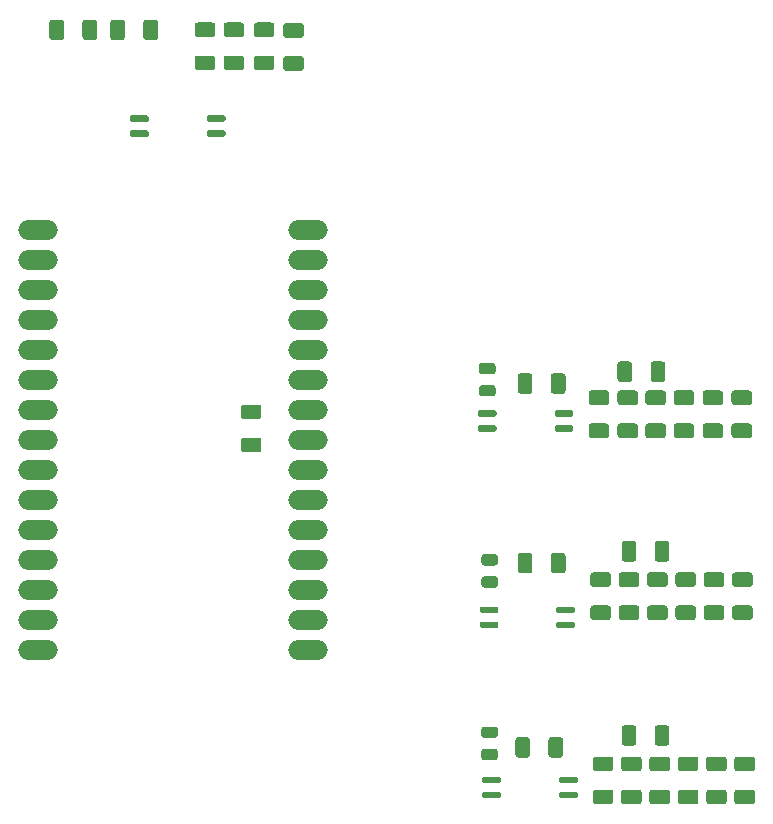
<source format=gbr>
%TF.GenerationSoftware,KiCad,Pcbnew,(5.1.6)-1*%
%TF.CreationDate,2021-01-11T17:56:58+06:00*%
%TF.ProjectId,nodemcu01,6e6f6465-6d63-4753-9031-2e6b69636164,rev?*%
%TF.SameCoordinates,Original*%
%TF.FileFunction,Paste,Top*%
%TF.FilePolarity,Positive*%
%FSLAX46Y46*%
G04 Gerber Fmt 4.6, Leading zero omitted, Abs format (unit mm)*
G04 Created by KiCad (PCBNEW (5.1.6)-1) date 2021-01-11 17:56:58*
%MOMM*%
%LPD*%
G01*
G04 APERTURE LIST*
%ADD10O,3.352800X1.676400*%
G04 APERTURE END LIST*
%TO.C,U3*%
G36*
G01*
X118950000Y-91697500D02*
X118950000Y-91972500D01*
G75*
G02*
X118812500Y-92110000I-137500J0D01*
G01*
X117487500Y-92110000D01*
G75*
G02*
X117350000Y-91972500I0J137500D01*
G01*
X117350000Y-91697500D01*
G75*
G02*
X117487500Y-91560000I137500J0D01*
G01*
X118812500Y-91560000D01*
G75*
G02*
X118950000Y-91697500I0J-137500D01*
G01*
G37*
G36*
G01*
X118950000Y-90427500D02*
X118950000Y-90702500D01*
G75*
G02*
X118812500Y-90840000I-137500J0D01*
G01*
X117487500Y-90840000D01*
G75*
G02*
X117350000Y-90702500I0J137500D01*
G01*
X117350000Y-90427500D01*
G75*
G02*
X117487500Y-90290000I137500J0D01*
G01*
X118812500Y-90290000D01*
G75*
G02*
X118950000Y-90427500I0J-137500D01*
G01*
G37*
G36*
G01*
X125450000Y-90427500D02*
X125450000Y-90702500D01*
G75*
G02*
X125312500Y-90840000I-137500J0D01*
G01*
X123987500Y-90840000D01*
G75*
G02*
X123850000Y-90702500I0J137500D01*
G01*
X123850000Y-90427500D01*
G75*
G02*
X123987500Y-90290000I137500J0D01*
G01*
X125312500Y-90290000D01*
G75*
G02*
X125450000Y-90427500I0J-137500D01*
G01*
G37*
G36*
G01*
X125450000Y-91697500D02*
X125450000Y-91972500D01*
G75*
G02*
X125312500Y-92110000I-137500J0D01*
G01*
X123987500Y-92110000D01*
G75*
G02*
X123850000Y-91972500I0J137500D01*
G01*
X123850000Y-91697500D01*
G75*
G02*
X123987500Y-91560000I137500J0D01*
G01*
X125312500Y-91560000D01*
G75*
G02*
X125450000Y-91697500I0J-137500D01*
G01*
G37*
%TD*%
%TO.C,U2*%
G36*
G01*
X153650000Y-146702500D02*
X153650000Y-146427500D01*
G75*
G02*
X153787500Y-146290000I137500J0D01*
G01*
X155112500Y-146290000D01*
G75*
G02*
X155250000Y-146427500I0J-137500D01*
G01*
X155250000Y-146702500D01*
G75*
G02*
X155112500Y-146840000I-137500J0D01*
G01*
X153787500Y-146840000D01*
G75*
G02*
X153650000Y-146702500I0J137500D01*
G01*
G37*
G36*
G01*
X153650000Y-147972500D02*
X153650000Y-147697500D01*
G75*
G02*
X153787500Y-147560000I137500J0D01*
G01*
X155112500Y-147560000D01*
G75*
G02*
X155250000Y-147697500I0J-137500D01*
G01*
X155250000Y-147972500D01*
G75*
G02*
X155112500Y-148110000I-137500J0D01*
G01*
X153787500Y-148110000D01*
G75*
G02*
X153650000Y-147972500I0J137500D01*
G01*
G37*
G36*
G01*
X147150000Y-147972500D02*
X147150000Y-147697500D01*
G75*
G02*
X147287500Y-147560000I137500J0D01*
G01*
X148612500Y-147560000D01*
G75*
G02*
X148750000Y-147697500I0J-137500D01*
G01*
X148750000Y-147972500D01*
G75*
G02*
X148612500Y-148110000I-137500J0D01*
G01*
X147287500Y-148110000D01*
G75*
G02*
X147150000Y-147972500I0J137500D01*
G01*
G37*
G36*
G01*
X147150000Y-146702500D02*
X147150000Y-146427500D01*
G75*
G02*
X147287500Y-146290000I137500J0D01*
G01*
X148612500Y-146290000D01*
G75*
G02*
X148750000Y-146427500I0J-137500D01*
G01*
X148750000Y-146702500D01*
G75*
G02*
X148612500Y-146840000I-137500J0D01*
G01*
X147287500Y-146840000D01*
G75*
G02*
X147150000Y-146702500I0J137500D01*
G01*
G37*
%TD*%
%TO.C,U1*%
G36*
G01*
X153450000Y-132302500D02*
X153450000Y-132027500D01*
G75*
G02*
X153587500Y-131890000I137500J0D01*
G01*
X154912500Y-131890000D01*
G75*
G02*
X155050000Y-132027500I0J-137500D01*
G01*
X155050000Y-132302500D01*
G75*
G02*
X154912500Y-132440000I-137500J0D01*
G01*
X153587500Y-132440000D01*
G75*
G02*
X153450000Y-132302500I0J137500D01*
G01*
G37*
G36*
G01*
X153450000Y-133572500D02*
X153450000Y-133297500D01*
G75*
G02*
X153587500Y-133160000I137500J0D01*
G01*
X154912500Y-133160000D01*
G75*
G02*
X155050000Y-133297500I0J-137500D01*
G01*
X155050000Y-133572500D01*
G75*
G02*
X154912500Y-133710000I-137500J0D01*
G01*
X153587500Y-133710000D01*
G75*
G02*
X153450000Y-133572500I0J137500D01*
G01*
G37*
G36*
G01*
X146950000Y-133572500D02*
X146950000Y-133297500D01*
G75*
G02*
X147087500Y-133160000I137500J0D01*
G01*
X148412500Y-133160000D01*
G75*
G02*
X148550000Y-133297500I0J-137500D01*
G01*
X148550000Y-133572500D01*
G75*
G02*
X148412500Y-133710000I-137500J0D01*
G01*
X147087500Y-133710000D01*
G75*
G02*
X146950000Y-133572500I0J137500D01*
G01*
G37*
G36*
G01*
X146950000Y-132302500D02*
X146950000Y-132027500D01*
G75*
G02*
X147087500Y-131890000I137500J0D01*
G01*
X148412500Y-131890000D01*
G75*
G02*
X148550000Y-132027500I0J-137500D01*
G01*
X148550000Y-132302500D01*
G75*
G02*
X148412500Y-132440000I-137500J0D01*
G01*
X147087500Y-132440000D01*
G75*
G02*
X146950000Y-132302500I0J137500D01*
G01*
G37*
%TD*%
%TO.C,U5*%
G36*
G01*
X153300000Y-115667500D02*
X153300000Y-115392500D01*
G75*
G02*
X153437500Y-115255000I137500J0D01*
G01*
X154762500Y-115255000D01*
G75*
G02*
X154900000Y-115392500I0J-137500D01*
G01*
X154900000Y-115667500D01*
G75*
G02*
X154762500Y-115805000I-137500J0D01*
G01*
X153437500Y-115805000D01*
G75*
G02*
X153300000Y-115667500I0J137500D01*
G01*
G37*
G36*
G01*
X153300000Y-116937500D02*
X153300000Y-116662500D01*
G75*
G02*
X153437500Y-116525000I137500J0D01*
G01*
X154762500Y-116525000D01*
G75*
G02*
X154900000Y-116662500I0J-137500D01*
G01*
X154900000Y-116937500D01*
G75*
G02*
X154762500Y-117075000I-137500J0D01*
G01*
X153437500Y-117075000D01*
G75*
G02*
X153300000Y-116937500I0J137500D01*
G01*
G37*
G36*
G01*
X146800000Y-116937500D02*
X146800000Y-116662500D01*
G75*
G02*
X146937500Y-116525000I137500J0D01*
G01*
X148262500Y-116525000D01*
G75*
G02*
X148400000Y-116662500I0J-137500D01*
G01*
X148400000Y-116937500D01*
G75*
G02*
X148262500Y-117075000I-137500J0D01*
G01*
X146937500Y-117075000D01*
G75*
G02*
X146800000Y-116937500I0J137500D01*
G01*
G37*
G36*
G01*
X146800000Y-115667500D02*
X146800000Y-115392500D01*
G75*
G02*
X146937500Y-115255000I137500J0D01*
G01*
X148262500Y-115255000D01*
G75*
G02*
X148400000Y-115392500I0J-137500D01*
G01*
X148400000Y-115667500D01*
G75*
G02*
X148262500Y-115805000I-137500J0D01*
G01*
X146937500Y-115805000D01*
G75*
G02*
X146800000Y-115667500I0J137500D01*
G01*
G37*
%TD*%
%TO.C,R3*%
G36*
G01*
X148256250Y-143012500D02*
X147343750Y-143012500D01*
G75*
G02*
X147100000Y-142768750I0J243750D01*
G01*
X147100000Y-142281250D01*
G75*
G02*
X147343750Y-142037500I243750J0D01*
G01*
X148256250Y-142037500D01*
G75*
G02*
X148500000Y-142281250I0J-243750D01*
G01*
X148500000Y-142768750D01*
G75*
G02*
X148256250Y-143012500I-243750J0D01*
G01*
G37*
G36*
G01*
X148256250Y-144887500D02*
X147343750Y-144887500D01*
G75*
G02*
X147100000Y-144643750I0J243750D01*
G01*
X147100000Y-144156250D01*
G75*
G02*
X147343750Y-143912500I243750J0D01*
G01*
X148256250Y-143912500D01*
G75*
G02*
X148500000Y-144156250I0J-243750D01*
G01*
X148500000Y-144643750D01*
G75*
G02*
X148256250Y-144887500I-243750J0D01*
G01*
G37*
%TD*%
%TO.C,R2*%
G36*
G01*
X148256250Y-128412500D02*
X147343750Y-128412500D01*
G75*
G02*
X147100000Y-128168750I0J243750D01*
G01*
X147100000Y-127681250D01*
G75*
G02*
X147343750Y-127437500I243750J0D01*
G01*
X148256250Y-127437500D01*
G75*
G02*
X148500000Y-127681250I0J-243750D01*
G01*
X148500000Y-128168750D01*
G75*
G02*
X148256250Y-128412500I-243750J0D01*
G01*
G37*
G36*
G01*
X148256250Y-130287500D02*
X147343750Y-130287500D01*
G75*
G02*
X147100000Y-130043750I0J243750D01*
G01*
X147100000Y-129556250D01*
G75*
G02*
X147343750Y-129312500I243750J0D01*
G01*
X148256250Y-129312500D01*
G75*
G02*
X148500000Y-129556250I0J-243750D01*
G01*
X148500000Y-130043750D01*
G75*
G02*
X148256250Y-130287500I-243750J0D01*
G01*
G37*
%TD*%
%TO.C,R1*%
G36*
G01*
X148056250Y-112212500D02*
X147143750Y-112212500D01*
G75*
G02*
X146900000Y-111968750I0J243750D01*
G01*
X146900000Y-111481250D01*
G75*
G02*
X147143750Y-111237500I243750J0D01*
G01*
X148056250Y-111237500D01*
G75*
G02*
X148300000Y-111481250I0J-243750D01*
G01*
X148300000Y-111968750D01*
G75*
G02*
X148056250Y-112212500I-243750J0D01*
G01*
G37*
G36*
G01*
X148056250Y-114087500D02*
X147143750Y-114087500D01*
G75*
G02*
X146900000Y-113843750I0J243750D01*
G01*
X146900000Y-113356250D01*
G75*
G02*
X147143750Y-113112500I243750J0D01*
G01*
X148056250Y-113112500D01*
G75*
G02*
X148300000Y-113356250I0J-243750D01*
G01*
X148300000Y-113843750D01*
G75*
G02*
X148056250Y-114087500I-243750J0D01*
G01*
G37*
%TD*%
%TO.C,R18*%
G36*
G01*
X128225000Y-116025000D02*
X126975000Y-116025000D01*
G75*
G02*
X126725000Y-115775000I0J250000D01*
G01*
X126725000Y-115025000D01*
G75*
G02*
X126975000Y-114775000I250000J0D01*
G01*
X128225000Y-114775000D01*
G75*
G02*
X128475000Y-115025000I0J-250000D01*
G01*
X128475000Y-115775000D01*
G75*
G02*
X128225000Y-116025000I-250000J0D01*
G01*
G37*
G36*
G01*
X128225000Y-118825000D02*
X126975000Y-118825000D01*
G75*
G02*
X126725000Y-118575000I0J250000D01*
G01*
X126725000Y-117825000D01*
G75*
G02*
X126975000Y-117575000I250000J0D01*
G01*
X128225000Y-117575000D01*
G75*
G02*
X128475000Y-117825000I0J-250000D01*
G01*
X128475000Y-118575000D01*
G75*
G02*
X128225000Y-118825000I-250000J0D01*
G01*
G37*
%TD*%
%TO.C,R17*%
G36*
G01*
X168775000Y-147375000D02*
X170025000Y-147375000D01*
G75*
G02*
X170275000Y-147625000I0J-250000D01*
G01*
X170275000Y-148375000D01*
G75*
G02*
X170025000Y-148625000I-250000J0D01*
G01*
X168775000Y-148625000D01*
G75*
G02*
X168525000Y-148375000I0J250000D01*
G01*
X168525000Y-147625000D01*
G75*
G02*
X168775000Y-147375000I250000J0D01*
G01*
G37*
G36*
G01*
X168775000Y-144575000D02*
X170025000Y-144575000D01*
G75*
G02*
X170275000Y-144825000I0J-250000D01*
G01*
X170275000Y-145575000D01*
G75*
G02*
X170025000Y-145825000I-250000J0D01*
G01*
X168775000Y-145825000D01*
G75*
G02*
X168525000Y-145575000I0J250000D01*
G01*
X168525000Y-144825000D01*
G75*
G02*
X168775000Y-144575000I250000J0D01*
G01*
G37*
%TD*%
%TO.C,R16*%
G36*
G01*
X166375000Y-147375000D02*
X167625000Y-147375000D01*
G75*
G02*
X167875000Y-147625000I0J-250000D01*
G01*
X167875000Y-148375000D01*
G75*
G02*
X167625000Y-148625000I-250000J0D01*
G01*
X166375000Y-148625000D01*
G75*
G02*
X166125000Y-148375000I0J250000D01*
G01*
X166125000Y-147625000D01*
G75*
G02*
X166375000Y-147375000I250000J0D01*
G01*
G37*
G36*
G01*
X166375000Y-144575000D02*
X167625000Y-144575000D01*
G75*
G02*
X167875000Y-144825000I0J-250000D01*
G01*
X167875000Y-145575000D01*
G75*
G02*
X167625000Y-145825000I-250000J0D01*
G01*
X166375000Y-145825000D01*
G75*
G02*
X166125000Y-145575000I0J250000D01*
G01*
X166125000Y-144825000D01*
G75*
G02*
X166375000Y-144575000I250000J0D01*
G01*
G37*
%TD*%
%TO.C,R15*%
G36*
G01*
X161775000Y-143425000D02*
X161775000Y-142175000D01*
G75*
G02*
X162025000Y-141925000I250000J0D01*
G01*
X162775000Y-141925000D01*
G75*
G02*
X163025000Y-142175000I0J-250000D01*
G01*
X163025000Y-143425000D01*
G75*
G02*
X162775000Y-143675000I-250000J0D01*
G01*
X162025000Y-143675000D01*
G75*
G02*
X161775000Y-143425000I0J250000D01*
G01*
G37*
G36*
G01*
X158975000Y-143425000D02*
X158975000Y-142175000D01*
G75*
G02*
X159225000Y-141925000I250000J0D01*
G01*
X159975000Y-141925000D01*
G75*
G02*
X160225000Y-142175000I0J-250000D01*
G01*
X160225000Y-143425000D01*
G75*
G02*
X159975000Y-143675000I-250000J0D01*
G01*
X159225000Y-143675000D01*
G75*
G02*
X158975000Y-143425000I0J250000D01*
G01*
G37*
%TD*%
%TO.C,R14*%
G36*
G01*
X152775000Y-144425000D02*
X152775000Y-143175000D01*
G75*
G02*
X153025000Y-142925000I250000J0D01*
G01*
X153775000Y-142925000D01*
G75*
G02*
X154025000Y-143175000I0J-250000D01*
G01*
X154025000Y-144425000D01*
G75*
G02*
X153775000Y-144675000I-250000J0D01*
G01*
X153025000Y-144675000D01*
G75*
G02*
X152775000Y-144425000I0J250000D01*
G01*
G37*
G36*
G01*
X149975000Y-144425000D02*
X149975000Y-143175000D01*
G75*
G02*
X150225000Y-142925000I250000J0D01*
G01*
X150975000Y-142925000D01*
G75*
G02*
X151225000Y-143175000I0J-250000D01*
G01*
X151225000Y-144425000D01*
G75*
G02*
X150975000Y-144675000I-250000J0D01*
G01*
X150225000Y-144675000D01*
G75*
G02*
X149975000Y-144425000I0J250000D01*
G01*
G37*
%TD*%
%TO.C,D10*%
G36*
G01*
X163975000Y-147375000D02*
X165225000Y-147375000D01*
G75*
G02*
X165475000Y-147625000I0J-250000D01*
G01*
X165475000Y-148375000D01*
G75*
G02*
X165225000Y-148625000I-250000J0D01*
G01*
X163975000Y-148625000D01*
G75*
G02*
X163725000Y-148375000I0J250000D01*
G01*
X163725000Y-147625000D01*
G75*
G02*
X163975000Y-147375000I250000J0D01*
G01*
G37*
G36*
G01*
X163975000Y-144575000D02*
X165225000Y-144575000D01*
G75*
G02*
X165475000Y-144825000I0J-250000D01*
G01*
X165475000Y-145575000D01*
G75*
G02*
X165225000Y-145825000I-250000J0D01*
G01*
X163975000Y-145825000D01*
G75*
G02*
X163725000Y-145575000I0J250000D01*
G01*
X163725000Y-144825000D01*
G75*
G02*
X163975000Y-144575000I250000J0D01*
G01*
G37*
%TD*%
%TO.C,D9*%
G36*
G01*
X156775000Y-147375000D02*
X158025000Y-147375000D01*
G75*
G02*
X158275000Y-147625000I0J-250000D01*
G01*
X158275000Y-148375000D01*
G75*
G02*
X158025000Y-148625000I-250000J0D01*
G01*
X156775000Y-148625000D01*
G75*
G02*
X156525000Y-148375000I0J250000D01*
G01*
X156525000Y-147625000D01*
G75*
G02*
X156775000Y-147375000I250000J0D01*
G01*
G37*
G36*
G01*
X156775000Y-144575000D02*
X158025000Y-144575000D01*
G75*
G02*
X158275000Y-144825000I0J-250000D01*
G01*
X158275000Y-145575000D01*
G75*
G02*
X158025000Y-145825000I-250000J0D01*
G01*
X156775000Y-145825000D01*
G75*
G02*
X156525000Y-145575000I0J250000D01*
G01*
X156525000Y-144825000D01*
G75*
G02*
X156775000Y-144575000I250000J0D01*
G01*
G37*
%TD*%
%TO.C,C6*%
G36*
G01*
X161575000Y-147375000D02*
X162825000Y-147375000D01*
G75*
G02*
X163075000Y-147625000I0J-250000D01*
G01*
X163075000Y-148375000D01*
G75*
G02*
X162825000Y-148625000I-250000J0D01*
G01*
X161575000Y-148625000D01*
G75*
G02*
X161325000Y-148375000I0J250000D01*
G01*
X161325000Y-147625000D01*
G75*
G02*
X161575000Y-147375000I250000J0D01*
G01*
G37*
G36*
G01*
X161575000Y-144575000D02*
X162825000Y-144575000D01*
G75*
G02*
X163075000Y-144825000I0J-250000D01*
G01*
X163075000Y-145575000D01*
G75*
G02*
X162825000Y-145825000I-250000J0D01*
G01*
X161575000Y-145825000D01*
G75*
G02*
X161325000Y-145575000I0J250000D01*
G01*
X161325000Y-144825000D01*
G75*
G02*
X161575000Y-144575000I250000J0D01*
G01*
G37*
%TD*%
%TO.C,C5*%
G36*
G01*
X159175000Y-147375000D02*
X160425000Y-147375000D01*
G75*
G02*
X160675000Y-147625000I0J-250000D01*
G01*
X160675000Y-148375000D01*
G75*
G02*
X160425000Y-148625000I-250000J0D01*
G01*
X159175000Y-148625000D01*
G75*
G02*
X158925000Y-148375000I0J250000D01*
G01*
X158925000Y-147625000D01*
G75*
G02*
X159175000Y-147375000I250000J0D01*
G01*
G37*
G36*
G01*
X159175000Y-144575000D02*
X160425000Y-144575000D01*
G75*
G02*
X160675000Y-144825000I0J-250000D01*
G01*
X160675000Y-145575000D01*
G75*
G02*
X160425000Y-145825000I-250000J0D01*
G01*
X159175000Y-145825000D01*
G75*
G02*
X158925000Y-145575000I0J250000D01*
G01*
X158925000Y-144825000D01*
G75*
G02*
X159175000Y-144575000I250000J0D01*
G01*
G37*
%TD*%
%TO.C,R13*%
G36*
G01*
X168575000Y-131775000D02*
X169825000Y-131775000D01*
G75*
G02*
X170075000Y-132025000I0J-250000D01*
G01*
X170075000Y-132775000D01*
G75*
G02*
X169825000Y-133025000I-250000J0D01*
G01*
X168575000Y-133025000D01*
G75*
G02*
X168325000Y-132775000I0J250000D01*
G01*
X168325000Y-132025000D01*
G75*
G02*
X168575000Y-131775000I250000J0D01*
G01*
G37*
G36*
G01*
X168575000Y-128975000D02*
X169825000Y-128975000D01*
G75*
G02*
X170075000Y-129225000I0J-250000D01*
G01*
X170075000Y-129975000D01*
G75*
G02*
X169825000Y-130225000I-250000J0D01*
G01*
X168575000Y-130225000D01*
G75*
G02*
X168325000Y-129975000I0J250000D01*
G01*
X168325000Y-129225000D01*
G75*
G02*
X168575000Y-128975000I250000J0D01*
G01*
G37*
%TD*%
%TO.C,R12*%
G36*
G01*
X166175000Y-131775000D02*
X167425000Y-131775000D01*
G75*
G02*
X167675000Y-132025000I0J-250000D01*
G01*
X167675000Y-132775000D01*
G75*
G02*
X167425000Y-133025000I-250000J0D01*
G01*
X166175000Y-133025000D01*
G75*
G02*
X165925000Y-132775000I0J250000D01*
G01*
X165925000Y-132025000D01*
G75*
G02*
X166175000Y-131775000I250000J0D01*
G01*
G37*
G36*
G01*
X166175000Y-128975000D02*
X167425000Y-128975000D01*
G75*
G02*
X167675000Y-129225000I0J-250000D01*
G01*
X167675000Y-129975000D01*
G75*
G02*
X167425000Y-130225000I-250000J0D01*
G01*
X166175000Y-130225000D01*
G75*
G02*
X165925000Y-129975000I0J250000D01*
G01*
X165925000Y-129225000D01*
G75*
G02*
X166175000Y-128975000I250000J0D01*
G01*
G37*
%TD*%
%TO.C,R11*%
G36*
G01*
X161775000Y-127825000D02*
X161775000Y-126575000D01*
G75*
G02*
X162025000Y-126325000I250000J0D01*
G01*
X162775000Y-126325000D01*
G75*
G02*
X163025000Y-126575000I0J-250000D01*
G01*
X163025000Y-127825000D01*
G75*
G02*
X162775000Y-128075000I-250000J0D01*
G01*
X162025000Y-128075000D01*
G75*
G02*
X161775000Y-127825000I0J250000D01*
G01*
G37*
G36*
G01*
X158975000Y-127825000D02*
X158975000Y-126575000D01*
G75*
G02*
X159225000Y-126325000I250000J0D01*
G01*
X159975000Y-126325000D01*
G75*
G02*
X160225000Y-126575000I0J-250000D01*
G01*
X160225000Y-127825000D01*
G75*
G02*
X159975000Y-128075000I-250000J0D01*
G01*
X159225000Y-128075000D01*
G75*
G02*
X158975000Y-127825000I0J250000D01*
G01*
G37*
%TD*%
%TO.C,R10*%
G36*
G01*
X152975000Y-128825000D02*
X152975000Y-127575000D01*
G75*
G02*
X153225000Y-127325000I250000J0D01*
G01*
X153975000Y-127325000D01*
G75*
G02*
X154225000Y-127575000I0J-250000D01*
G01*
X154225000Y-128825000D01*
G75*
G02*
X153975000Y-129075000I-250000J0D01*
G01*
X153225000Y-129075000D01*
G75*
G02*
X152975000Y-128825000I0J250000D01*
G01*
G37*
G36*
G01*
X150175000Y-128825000D02*
X150175000Y-127575000D01*
G75*
G02*
X150425000Y-127325000I250000J0D01*
G01*
X151175000Y-127325000D01*
G75*
G02*
X151425000Y-127575000I0J-250000D01*
G01*
X151425000Y-128825000D01*
G75*
G02*
X151175000Y-129075000I-250000J0D01*
G01*
X150425000Y-129075000D01*
G75*
G02*
X150175000Y-128825000I0J250000D01*
G01*
G37*
%TD*%
%TO.C,D8*%
G36*
G01*
X163775000Y-131775000D02*
X165025000Y-131775000D01*
G75*
G02*
X165275000Y-132025000I0J-250000D01*
G01*
X165275000Y-132775000D01*
G75*
G02*
X165025000Y-133025000I-250000J0D01*
G01*
X163775000Y-133025000D01*
G75*
G02*
X163525000Y-132775000I0J250000D01*
G01*
X163525000Y-132025000D01*
G75*
G02*
X163775000Y-131775000I250000J0D01*
G01*
G37*
G36*
G01*
X163775000Y-128975000D02*
X165025000Y-128975000D01*
G75*
G02*
X165275000Y-129225000I0J-250000D01*
G01*
X165275000Y-129975000D01*
G75*
G02*
X165025000Y-130225000I-250000J0D01*
G01*
X163775000Y-130225000D01*
G75*
G02*
X163525000Y-129975000I0J250000D01*
G01*
X163525000Y-129225000D01*
G75*
G02*
X163775000Y-128975000I250000J0D01*
G01*
G37*
%TD*%
%TO.C,D7*%
G36*
G01*
X156575000Y-131775000D02*
X157825000Y-131775000D01*
G75*
G02*
X158075000Y-132025000I0J-250000D01*
G01*
X158075000Y-132775000D01*
G75*
G02*
X157825000Y-133025000I-250000J0D01*
G01*
X156575000Y-133025000D01*
G75*
G02*
X156325000Y-132775000I0J250000D01*
G01*
X156325000Y-132025000D01*
G75*
G02*
X156575000Y-131775000I250000J0D01*
G01*
G37*
G36*
G01*
X156575000Y-128975000D02*
X157825000Y-128975000D01*
G75*
G02*
X158075000Y-129225000I0J-250000D01*
G01*
X158075000Y-129975000D01*
G75*
G02*
X157825000Y-130225000I-250000J0D01*
G01*
X156575000Y-130225000D01*
G75*
G02*
X156325000Y-129975000I0J250000D01*
G01*
X156325000Y-129225000D01*
G75*
G02*
X156575000Y-128975000I250000J0D01*
G01*
G37*
%TD*%
%TO.C,C4*%
G36*
G01*
X161375000Y-131775000D02*
X162625000Y-131775000D01*
G75*
G02*
X162875000Y-132025000I0J-250000D01*
G01*
X162875000Y-132775000D01*
G75*
G02*
X162625000Y-133025000I-250000J0D01*
G01*
X161375000Y-133025000D01*
G75*
G02*
X161125000Y-132775000I0J250000D01*
G01*
X161125000Y-132025000D01*
G75*
G02*
X161375000Y-131775000I250000J0D01*
G01*
G37*
G36*
G01*
X161375000Y-128975000D02*
X162625000Y-128975000D01*
G75*
G02*
X162875000Y-129225000I0J-250000D01*
G01*
X162875000Y-129975000D01*
G75*
G02*
X162625000Y-130225000I-250000J0D01*
G01*
X161375000Y-130225000D01*
G75*
G02*
X161125000Y-129975000I0J250000D01*
G01*
X161125000Y-129225000D01*
G75*
G02*
X161375000Y-128975000I250000J0D01*
G01*
G37*
%TD*%
%TO.C,C3*%
G36*
G01*
X158975000Y-131775000D02*
X160225000Y-131775000D01*
G75*
G02*
X160475000Y-132025000I0J-250000D01*
G01*
X160475000Y-132775000D01*
G75*
G02*
X160225000Y-133025000I-250000J0D01*
G01*
X158975000Y-133025000D01*
G75*
G02*
X158725000Y-132775000I0J250000D01*
G01*
X158725000Y-132025000D01*
G75*
G02*
X158975000Y-131775000I250000J0D01*
G01*
G37*
G36*
G01*
X158975000Y-128975000D02*
X160225000Y-128975000D01*
G75*
G02*
X160475000Y-129225000I0J-250000D01*
G01*
X160475000Y-129975000D01*
G75*
G02*
X160225000Y-130225000I-250000J0D01*
G01*
X158975000Y-130225000D01*
G75*
G02*
X158725000Y-129975000I0J250000D01*
G01*
X158725000Y-129225000D01*
G75*
G02*
X158975000Y-128975000I250000J0D01*
G01*
G37*
%TD*%
%TO.C,R9*%
G36*
G01*
X111775000Y-82425000D02*
X111775000Y-83675000D01*
G75*
G02*
X111525000Y-83925000I-250000J0D01*
G01*
X110775000Y-83925000D01*
G75*
G02*
X110525000Y-83675000I0J250000D01*
G01*
X110525000Y-82425000D01*
G75*
G02*
X110775000Y-82175000I250000J0D01*
G01*
X111525000Y-82175000D01*
G75*
G02*
X111775000Y-82425000I0J-250000D01*
G01*
G37*
G36*
G01*
X114575000Y-82425000D02*
X114575000Y-83675000D01*
G75*
G02*
X114325000Y-83925000I-250000J0D01*
G01*
X113575000Y-83925000D01*
G75*
G02*
X113325000Y-83675000I0J250000D01*
G01*
X113325000Y-82425000D01*
G75*
G02*
X113575000Y-82175000I250000J0D01*
G01*
X114325000Y-82175000D01*
G75*
G02*
X114575000Y-82425000I0J-250000D01*
G01*
G37*
%TD*%
%TO.C,R8*%
G36*
G01*
X116925000Y-82425000D02*
X116925000Y-83675000D01*
G75*
G02*
X116675000Y-83925000I-250000J0D01*
G01*
X115925000Y-83925000D01*
G75*
G02*
X115675000Y-83675000I0J250000D01*
G01*
X115675000Y-82425000D01*
G75*
G02*
X115925000Y-82175000I250000J0D01*
G01*
X116675000Y-82175000D01*
G75*
G02*
X116925000Y-82425000I0J-250000D01*
G01*
G37*
G36*
G01*
X119725000Y-82425000D02*
X119725000Y-83675000D01*
G75*
G02*
X119475000Y-83925000I-250000J0D01*
G01*
X118725000Y-83925000D01*
G75*
G02*
X118475000Y-83675000I0J250000D01*
G01*
X118475000Y-82425000D01*
G75*
G02*
X118725000Y-82175000I250000J0D01*
G01*
X119475000Y-82175000D01*
G75*
G02*
X119725000Y-82425000I0J-250000D01*
G01*
G37*
%TD*%
%TO.C,D6*%
G36*
G01*
X130575000Y-85275000D02*
X131825000Y-85275000D01*
G75*
G02*
X132075000Y-85525000I0J-250000D01*
G01*
X132075000Y-86275000D01*
G75*
G02*
X131825000Y-86525000I-250000J0D01*
G01*
X130575000Y-86525000D01*
G75*
G02*
X130325000Y-86275000I0J250000D01*
G01*
X130325000Y-85525000D01*
G75*
G02*
X130575000Y-85275000I250000J0D01*
G01*
G37*
G36*
G01*
X130575000Y-82475000D02*
X131825000Y-82475000D01*
G75*
G02*
X132075000Y-82725000I0J-250000D01*
G01*
X132075000Y-83475000D01*
G75*
G02*
X131825000Y-83725000I-250000J0D01*
G01*
X130575000Y-83725000D01*
G75*
G02*
X130325000Y-83475000I0J250000D01*
G01*
X130325000Y-82725000D01*
G75*
G02*
X130575000Y-82475000I250000J0D01*
G01*
G37*
%TD*%
%TO.C,D5*%
G36*
G01*
X129325000Y-83675000D02*
X128075000Y-83675000D01*
G75*
G02*
X127825000Y-83425000I0J250000D01*
G01*
X127825000Y-82675000D01*
G75*
G02*
X128075000Y-82425000I250000J0D01*
G01*
X129325000Y-82425000D01*
G75*
G02*
X129575000Y-82675000I0J-250000D01*
G01*
X129575000Y-83425000D01*
G75*
G02*
X129325000Y-83675000I-250000J0D01*
G01*
G37*
G36*
G01*
X129325000Y-86475000D02*
X128075000Y-86475000D01*
G75*
G02*
X127825000Y-86225000I0J250000D01*
G01*
X127825000Y-85475000D01*
G75*
G02*
X128075000Y-85225000I250000J0D01*
G01*
X129325000Y-85225000D01*
G75*
G02*
X129575000Y-85475000I0J-250000D01*
G01*
X129575000Y-86225000D01*
G75*
G02*
X129325000Y-86475000I-250000J0D01*
G01*
G37*
%TD*%
%TO.C,D4*%
G36*
G01*
X126775000Y-83675000D02*
X125525000Y-83675000D01*
G75*
G02*
X125275000Y-83425000I0J250000D01*
G01*
X125275000Y-82675000D01*
G75*
G02*
X125525000Y-82425000I250000J0D01*
G01*
X126775000Y-82425000D01*
G75*
G02*
X127025000Y-82675000I0J-250000D01*
G01*
X127025000Y-83425000D01*
G75*
G02*
X126775000Y-83675000I-250000J0D01*
G01*
G37*
G36*
G01*
X126775000Y-86475000D02*
X125525000Y-86475000D01*
G75*
G02*
X125275000Y-86225000I0J250000D01*
G01*
X125275000Y-85475000D01*
G75*
G02*
X125525000Y-85225000I250000J0D01*
G01*
X126775000Y-85225000D01*
G75*
G02*
X127025000Y-85475000I0J-250000D01*
G01*
X127025000Y-86225000D01*
G75*
G02*
X126775000Y-86475000I-250000J0D01*
G01*
G37*
%TD*%
%TO.C,D3*%
G36*
G01*
X123075000Y-85225000D02*
X124325000Y-85225000D01*
G75*
G02*
X124575000Y-85475000I0J-250000D01*
G01*
X124575000Y-86225000D01*
G75*
G02*
X124325000Y-86475000I-250000J0D01*
G01*
X123075000Y-86475000D01*
G75*
G02*
X122825000Y-86225000I0J250000D01*
G01*
X122825000Y-85475000D01*
G75*
G02*
X123075000Y-85225000I250000J0D01*
G01*
G37*
G36*
G01*
X123075000Y-82425000D02*
X124325000Y-82425000D01*
G75*
G02*
X124575000Y-82675000I0J-250000D01*
G01*
X124575000Y-83425000D01*
G75*
G02*
X124325000Y-83675000I-250000J0D01*
G01*
X123075000Y-83675000D01*
G75*
G02*
X122825000Y-83425000I0J250000D01*
G01*
X122825000Y-82675000D01*
G75*
G02*
X123075000Y-82425000I250000J0D01*
G01*
G37*
%TD*%
%TO.C,R7*%
G36*
G01*
X152975000Y-113625000D02*
X152975000Y-112375000D01*
G75*
G02*
X153225000Y-112125000I250000J0D01*
G01*
X153975000Y-112125000D01*
G75*
G02*
X154225000Y-112375000I0J-250000D01*
G01*
X154225000Y-113625000D01*
G75*
G02*
X153975000Y-113875000I-250000J0D01*
G01*
X153225000Y-113875000D01*
G75*
G02*
X152975000Y-113625000I0J250000D01*
G01*
G37*
G36*
G01*
X150175000Y-113625000D02*
X150175000Y-112375000D01*
G75*
G02*
X150425000Y-112125000I250000J0D01*
G01*
X151175000Y-112125000D01*
G75*
G02*
X151425000Y-112375000I0J-250000D01*
G01*
X151425000Y-113625000D01*
G75*
G02*
X151175000Y-113875000I-250000J0D01*
G01*
X150425000Y-113875000D01*
G75*
G02*
X150175000Y-113625000I0J250000D01*
G01*
G37*
%TD*%
%TO.C,D2*%
G36*
G01*
X156425000Y-116375000D02*
X157675000Y-116375000D01*
G75*
G02*
X157925000Y-116625000I0J-250000D01*
G01*
X157925000Y-117375000D01*
G75*
G02*
X157675000Y-117625000I-250000J0D01*
G01*
X156425000Y-117625000D01*
G75*
G02*
X156175000Y-117375000I0J250000D01*
G01*
X156175000Y-116625000D01*
G75*
G02*
X156425000Y-116375000I250000J0D01*
G01*
G37*
G36*
G01*
X156425000Y-113575000D02*
X157675000Y-113575000D01*
G75*
G02*
X157925000Y-113825000I0J-250000D01*
G01*
X157925000Y-114575000D01*
G75*
G02*
X157675000Y-114825000I-250000J0D01*
G01*
X156425000Y-114825000D01*
G75*
G02*
X156175000Y-114575000I0J250000D01*
G01*
X156175000Y-113825000D01*
G75*
G02*
X156425000Y-113575000I250000J0D01*
G01*
G37*
%TD*%
%TO.C,C2*%
G36*
G01*
X161225000Y-116375000D02*
X162475000Y-116375000D01*
G75*
G02*
X162725000Y-116625000I0J-250000D01*
G01*
X162725000Y-117375000D01*
G75*
G02*
X162475000Y-117625000I-250000J0D01*
G01*
X161225000Y-117625000D01*
G75*
G02*
X160975000Y-117375000I0J250000D01*
G01*
X160975000Y-116625000D01*
G75*
G02*
X161225000Y-116375000I250000J0D01*
G01*
G37*
G36*
G01*
X161225000Y-113575000D02*
X162475000Y-113575000D01*
G75*
G02*
X162725000Y-113825000I0J-250000D01*
G01*
X162725000Y-114575000D01*
G75*
G02*
X162475000Y-114825000I-250000J0D01*
G01*
X161225000Y-114825000D01*
G75*
G02*
X160975000Y-114575000I0J250000D01*
G01*
X160975000Y-113825000D01*
G75*
G02*
X161225000Y-113575000I250000J0D01*
G01*
G37*
%TD*%
%TO.C,C1*%
G36*
G01*
X158875000Y-116375000D02*
X160125000Y-116375000D01*
G75*
G02*
X160375000Y-116625000I0J-250000D01*
G01*
X160375000Y-117375000D01*
G75*
G02*
X160125000Y-117625000I-250000J0D01*
G01*
X158875000Y-117625000D01*
G75*
G02*
X158625000Y-117375000I0J250000D01*
G01*
X158625000Y-116625000D01*
G75*
G02*
X158875000Y-116375000I250000J0D01*
G01*
G37*
G36*
G01*
X158875000Y-113575000D02*
X160125000Y-113575000D01*
G75*
G02*
X160375000Y-113825000I0J-250000D01*
G01*
X160375000Y-114575000D01*
G75*
G02*
X160125000Y-114825000I-250000J0D01*
G01*
X158875000Y-114825000D01*
G75*
G02*
X158625000Y-114575000I0J250000D01*
G01*
X158625000Y-113825000D01*
G75*
G02*
X158875000Y-113575000I250000J0D01*
G01*
G37*
%TD*%
%TO.C,R6*%
G36*
G01*
X161425000Y-112625000D02*
X161425000Y-111375000D01*
G75*
G02*
X161675000Y-111125000I250000J0D01*
G01*
X162425000Y-111125000D01*
G75*
G02*
X162675000Y-111375000I0J-250000D01*
G01*
X162675000Y-112625000D01*
G75*
G02*
X162425000Y-112875000I-250000J0D01*
G01*
X161675000Y-112875000D01*
G75*
G02*
X161425000Y-112625000I0J250000D01*
G01*
G37*
G36*
G01*
X158625000Y-112625000D02*
X158625000Y-111375000D01*
G75*
G02*
X158875000Y-111125000I250000J0D01*
G01*
X159625000Y-111125000D01*
G75*
G02*
X159875000Y-111375000I0J-250000D01*
G01*
X159875000Y-112625000D01*
G75*
G02*
X159625000Y-112875000I-250000J0D01*
G01*
X158875000Y-112875000D01*
G75*
G02*
X158625000Y-112625000I0J250000D01*
G01*
G37*
%TD*%
%TO.C,R5*%
G36*
G01*
X168525000Y-116375000D02*
X169775000Y-116375000D01*
G75*
G02*
X170025000Y-116625000I0J-250000D01*
G01*
X170025000Y-117375000D01*
G75*
G02*
X169775000Y-117625000I-250000J0D01*
G01*
X168525000Y-117625000D01*
G75*
G02*
X168275000Y-117375000I0J250000D01*
G01*
X168275000Y-116625000D01*
G75*
G02*
X168525000Y-116375000I250000J0D01*
G01*
G37*
G36*
G01*
X168525000Y-113575000D02*
X169775000Y-113575000D01*
G75*
G02*
X170025000Y-113825000I0J-250000D01*
G01*
X170025000Y-114575000D01*
G75*
G02*
X169775000Y-114825000I-250000J0D01*
G01*
X168525000Y-114825000D01*
G75*
G02*
X168275000Y-114575000I0J250000D01*
G01*
X168275000Y-113825000D01*
G75*
G02*
X168525000Y-113575000I250000J0D01*
G01*
G37*
%TD*%
%TO.C,R4*%
G36*
G01*
X166075000Y-116375000D02*
X167325000Y-116375000D01*
G75*
G02*
X167575000Y-116625000I0J-250000D01*
G01*
X167575000Y-117375000D01*
G75*
G02*
X167325000Y-117625000I-250000J0D01*
G01*
X166075000Y-117625000D01*
G75*
G02*
X165825000Y-117375000I0J250000D01*
G01*
X165825000Y-116625000D01*
G75*
G02*
X166075000Y-116375000I250000J0D01*
G01*
G37*
G36*
G01*
X166075000Y-113575000D02*
X167325000Y-113575000D01*
G75*
G02*
X167575000Y-113825000I0J-250000D01*
G01*
X167575000Y-114575000D01*
G75*
G02*
X167325000Y-114825000I-250000J0D01*
G01*
X166075000Y-114825000D01*
G75*
G02*
X165825000Y-114575000I0J250000D01*
G01*
X165825000Y-113825000D01*
G75*
G02*
X166075000Y-113575000I250000J0D01*
G01*
G37*
%TD*%
%TO.C,D1*%
G36*
G01*
X163625000Y-116375000D02*
X164875000Y-116375000D01*
G75*
G02*
X165125000Y-116625000I0J-250000D01*
G01*
X165125000Y-117375000D01*
G75*
G02*
X164875000Y-117625000I-250000J0D01*
G01*
X163625000Y-117625000D01*
G75*
G02*
X163375000Y-117375000I0J250000D01*
G01*
X163375000Y-116625000D01*
G75*
G02*
X163625000Y-116375000I250000J0D01*
G01*
G37*
G36*
G01*
X163625000Y-113575000D02*
X164875000Y-113575000D01*
G75*
G02*
X165125000Y-113825000I0J-250000D01*
G01*
X165125000Y-114575000D01*
G75*
G02*
X164875000Y-114825000I-250000J0D01*
G01*
X163625000Y-114825000D01*
G75*
G02*
X163375000Y-114575000I0J250000D01*
G01*
X163375000Y-113825000D01*
G75*
G02*
X163625000Y-113575000I250000J0D01*
G01*
G37*
%TD*%
D10*
%TO.C,M1*%
X132440000Y-99970000D03*
X132440000Y-102510000D03*
X132440000Y-105050000D03*
X132440000Y-107590000D03*
X132440000Y-110130000D03*
X132440000Y-112670000D03*
X132440000Y-115210000D03*
X132440000Y-117750000D03*
X132440000Y-120290000D03*
X132440000Y-122830000D03*
X132440000Y-125370000D03*
X132440000Y-127910000D03*
X132440000Y-130450000D03*
X132440000Y-132990000D03*
X132440000Y-135530000D03*
X109580000Y-135530000D03*
X109580000Y-132990000D03*
X109580000Y-130450000D03*
X109580000Y-127910000D03*
X109580000Y-125370000D03*
X109580000Y-122830000D03*
X109580000Y-120290000D03*
X109580000Y-117750000D03*
X109580000Y-115210000D03*
X109580000Y-112670000D03*
X109580000Y-110130000D03*
X109580000Y-107590000D03*
X109580000Y-105050000D03*
X109580000Y-102510000D03*
X109580000Y-99970000D03*
%TD*%
M02*

</source>
